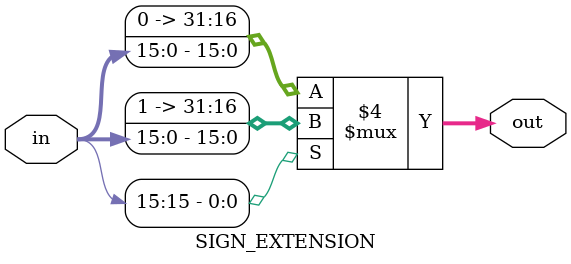
<source format=v>
`timescale 1ns / 1ps

module SIGN_EXTENSION(  input [15:0] in, 
                        output reg [31:0] out 

                        );

    always @* begin


            if(in[15] == 0)begin
                out <= {16'b0000000000000000, in};
            end
            else begin
                out <= {16'b1111111111111111, in};
            end
        end
endmodule

</source>
